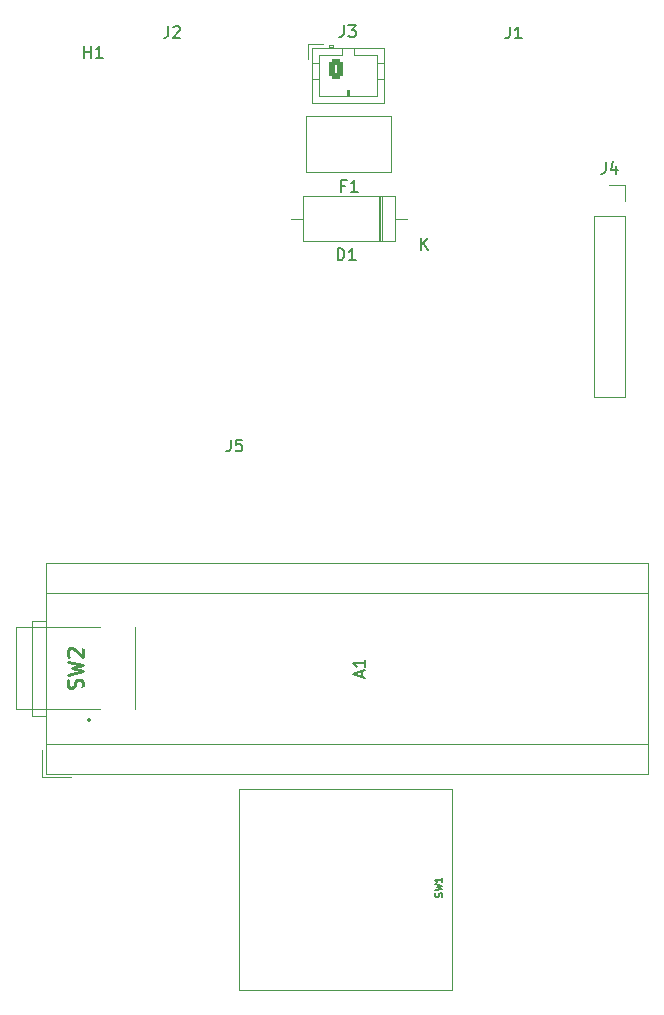
<source format=gto>
G04 #@! TF.GenerationSoftware,KiCad,Pcbnew,(6.0.11)*
G04 #@! TF.CreationDate,2023-07-06T13:43:45+02:00*
G04 #@! TF.ProjectId,Dohle TankVerb,446f686c-6520-4546-916e-6b566572622e,rev?*
G04 #@! TF.SameCoordinates,Original*
G04 #@! TF.FileFunction,Legend,Top*
G04 #@! TF.FilePolarity,Positive*
%FSLAX46Y46*%
G04 Gerber Fmt 4.6, Leading zero omitted, Abs format (unit mm)*
G04 Created by KiCad (PCBNEW (6.0.11)) date 2023-07-06 13:43:45*
%MOMM*%
%LPD*%
G01*
G04 APERTURE LIST*
G04 Aperture macros list*
%AMRoundRect*
0 Rectangle with rounded corners*
0 $1 Rounding radius*
0 $2 $3 $4 $5 $6 $7 $8 $9 X,Y pos of 4 corners*
0 Add a 4 corners polygon primitive as box body*
4,1,4,$2,$3,$4,$5,$6,$7,$8,$9,$2,$3,0*
0 Add four circle primitives for the rounded corners*
1,1,$1+$1,$2,$3*
1,1,$1+$1,$4,$5*
1,1,$1+$1,$6,$7*
1,1,$1+$1,$8,$9*
0 Add four rect primitives between the rounded corners*
20,1,$1+$1,$2,$3,$4,$5,0*
20,1,$1+$1,$4,$5,$6,$7,0*
20,1,$1+$1,$6,$7,$8,$9,0*
20,1,$1+$1,$8,$9,$2,$3,0*%
%AMHorizOval*
0 Thick line with rounded ends*
0 $1 width*
0 $2 $3 position (X,Y) of the first rounded end (center of the circle)*
0 $4 $5 position (X,Y) of the second rounded end (center of the circle)*
0 Add line between two ends*
20,1,$1,$2,$3,$4,$5,0*
0 Add two circle primitives to create the rounded ends*
1,1,$1,$2,$3*
1,1,$1,$4,$5*%
G04 Aperture macros list end*
%ADD10C,0.150000*%
%ADD11C,0.127000*%
%ADD12C,0.254000*%
%ADD13C,0.120000*%
%ADD14C,0.200000*%
%ADD15C,0.100000*%
%ADD16C,2.200000*%
%ADD17O,4.250000X1.600000*%
%ADD18R,1.700000X1.700000*%
%ADD19O,1.700000X1.700000*%
%ADD20RoundRect,0.250000X-0.350000X-0.625000X0.350000X-0.625000X0.350000X0.625000X-0.350000X0.625000X0*%
%ADD21O,1.200000X1.750000*%
%ADD22C,1.600000*%
%ADD23R,2.400000X2.400000*%
%ADD24O,2.400000X2.400000*%
%ADD25O,4.003200X2.743200*%
%ADD26O,8.203200X2.203200*%
%ADD27HorizOval,2.203200X-1.414214X1.414214X1.414214X-1.414214X0*%
%ADD28O,2.203200X8.203200*%
%ADD29HorizOval,2.203200X-1.414214X-1.414214X1.414214X1.414214X0*%
%ADD30C,1.700000*%
%ADD31C,1.575000*%
%ADD32C,1.950000*%
G04 APERTURE END LIST*
D10*
X135086095Y-73970091D02*
X135086095Y-72970091D01*
X135086095Y-73446282D02*
X135657523Y-73446282D01*
X135657523Y-73970091D02*
X135657523Y-72970091D01*
X136657523Y-73970091D02*
X136086095Y-73970091D01*
X136371809Y-73970091D02*
X136371809Y-72970091D01*
X136276571Y-73112949D01*
X136181333Y-73208187D01*
X136086095Y-73255806D01*
X147479382Y-106294794D02*
X147479382Y-107009080D01*
X147431763Y-107151937D01*
X147336525Y-107247175D01*
X147193668Y-107294794D01*
X147098430Y-107294794D01*
X148431763Y-106294794D02*
X147955573Y-106294794D01*
X147907954Y-106770985D01*
X147955573Y-106723366D01*
X148050811Y-106675747D01*
X148288906Y-106675747D01*
X148384144Y-106723366D01*
X148431763Y-106770985D01*
X148479382Y-106866223D01*
X148479382Y-107104318D01*
X148431763Y-107199556D01*
X148384144Y-107247175D01*
X148288906Y-107294794D01*
X148050811Y-107294794D01*
X147955573Y-107247175D01*
X147907954Y-107199556D01*
X179219266Y-82788380D02*
X179219266Y-83502666D01*
X179171647Y-83645523D01*
X179076409Y-83740761D01*
X178933552Y-83788380D01*
X178838314Y-83788380D01*
X180124028Y-83121714D02*
X180124028Y-83788380D01*
X179885933Y-82740761D02*
X179647838Y-83455047D01*
X180266885Y-83455047D01*
X157074585Y-71207380D02*
X157074585Y-71921666D01*
X157026966Y-72064523D01*
X156931728Y-72159761D01*
X156788871Y-72207380D01*
X156693633Y-72207380D01*
X157455538Y-71207380D02*
X158074585Y-71207380D01*
X157741252Y-71588333D01*
X157884109Y-71588333D01*
X157979347Y-71635952D01*
X158026966Y-71683571D01*
X158074585Y-71778809D01*
X158074585Y-72016904D01*
X158026966Y-72112142D01*
X157979347Y-72159761D01*
X157884109Y-72207380D01*
X157598395Y-72207380D01*
X157503157Y-72159761D01*
X157455538Y-72112142D01*
X157178666Y-84790571D02*
X156845333Y-84790571D01*
X156845333Y-85314380D02*
X156845333Y-84314380D01*
X157321523Y-84314380D01*
X158226285Y-85314380D02*
X157654857Y-85314380D01*
X157940571Y-85314380D02*
X157940571Y-84314380D01*
X157845333Y-84457238D01*
X157750095Y-84552476D01*
X157654857Y-84600095D01*
X156539304Y-91104980D02*
X156539304Y-90104980D01*
X156777400Y-90104980D01*
X156920257Y-90152600D01*
X157015495Y-90247838D01*
X157063114Y-90343076D01*
X157110733Y-90533552D01*
X157110733Y-90676409D01*
X157063114Y-90866885D01*
X157015495Y-90962123D01*
X156920257Y-91057361D01*
X156777400Y-91104980D01*
X156539304Y-91104980D01*
X158063114Y-91104980D02*
X157491685Y-91104980D01*
X157777400Y-91104980D02*
X157777400Y-90104980D01*
X157682161Y-90247838D01*
X157586923Y-90343076D01*
X157491685Y-90390695D01*
X163593495Y-90256980D02*
X163593495Y-89256980D01*
X164164923Y-90256980D02*
X163736352Y-89685552D01*
X164164923Y-89256980D02*
X163593495Y-89828409D01*
D11*
X165372704Y-145022519D02*
X165401733Y-144935433D01*
X165401733Y-144790290D01*
X165372704Y-144732233D01*
X165343676Y-144703204D01*
X165285619Y-144674176D01*
X165227562Y-144674176D01*
X165169504Y-144703204D01*
X165140476Y-144732233D01*
X165111447Y-144790290D01*
X165082419Y-144906404D01*
X165053390Y-144964461D01*
X165024362Y-144993490D01*
X164966304Y-145022519D01*
X164908247Y-145022519D01*
X164850190Y-144993490D01*
X164821162Y-144964461D01*
X164792133Y-144906404D01*
X164792133Y-144761261D01*
X164821162Y-144674176D01*
X164792133Y-144470976D02*
X165401733Y-144325833D01*
X164966304Y-144209719D01*
X165401733Y-144093604D01*
X164792133Y-143948461D01*
X165401733Y-143396919D02*
X165401733Y-143745261D01*
X165401733Y-143571090D02*
X164792133Y-143571090D01*
X164879219Y-143629147D01*
X164937276Y-143687204D01*
X164966304Y-143745261D01*
D10*
X171116666Y-71334380D02*
X171116666Y-72048666D01*
X171069047Y-72191523D01*
X170973809Y-72286761D01*
X170830952Y-72334380D01*
X170735714Y-72334380D01*
X172116666Y-72334380D02*
X171545238Y-72334380D01*
X171830952Y-72334380D02*
X171830952Y-71334380D01*
X171735714Y-71477238D01*
X171640476Y-71572476D01*
X171545238Y-71620095D01*
X142186066Y-71293180D02*
X142186066Y-72007466D01*
X142138447Y-72150323D01*
X142043209Y-72245561D01*
X141900352Y-72293180D01*
X141805114Y-72293180D01*
X142614638Y-71388419D02*
X142662257Y-71340800D01*
X142757495Y-71293180D01*
X142995590Y-71293180D01*
X143090828Y-71340800D01*
X143138447Y-71388419D01*
X143186066Y-71483657D01*
X143186066Y-71578895D01*
X143138447Y-71721752D01*
X142567019Y-72293180D01*
X143186066Y-72293180D01*
X158586466Y-126393485D02*
X158586466Y-125917295D01*
X158872180Y-126488723D02*
X157872180Y-126155390D01*
X158872180Y-125822057D01*
X158872180Y-124964914D02*
X158872180Y-125536342D01*
X158872180Y-125250628D02*
X157872180Y-125250628D01*
X158015038Y-125345866D01*
X158110276Y-125441104D01*
X158157895Y-125536342D01*
D12*
X134880047Y-127341733D02*
X134940523Y-127160304D01*
X134940523Y-126857923D01*
X134880047Y-126736971D01*
X134819571Y-126676495D01*
X134698619Y-126616019D01*
X134577666Y-126616019D01*
X134456714Y-126676495D01*
X134396238Y-126736971D01*
X134335761Y-126857923D01*
X134275285Y-127099828D01*
X134214809Y-127220780D01*
X134154333Y-127281257D01*
X134033380Y-127341733D01*
X133912428Y-127341733D01*
X133791476Y-127281257D01*
X133731000Y-127220780D01*
X133670523Y-127099828D01*
X133670523Y-126797447D01*
X133731000Y-126616019D01*
X133670523Y-126192685D02*
X134940523Y-125890304D01*
X134033380Y-125648400D01*
X134940523Y-125406495D01*
X133670523Y-125104114D01*
X133791476Y-124680780D02*
X133731000Y-124620304D01*
X133670523Y-124499352D01*
X133670523Y-124196971D01*
X133731000Y-124076019D01*
X133791476Y-124015542D01*
X133912428Y-123955066D01*
X134033380Y-123955066D01*
X134214809Y-124015542D01*
X134940523Y-124741257D01*
X134940523Y-123955066D01*
D13*
X179552600Y-84776000D02*
X180882600Y-84776000D01*
X178222600Y-102676000D02*
X180882600Y-102676000D01*
X178222600Y-87376000D02*
X180882600Y-87376000D01*
X180882600Y-87376000D02*
X180882600Y-102676000D01*
X178222600Y-87376000D02*
X178222600Y-102676000D01*
X180882600Y-84776000D02*
X180882600Y-86106000D01*
X154347919Y-73120000D02*
X154347919Y-77840000D01*
X154347919Y-77840000D02*
X160467919Y-77840000D01*
X156107919Y-72920000D02*
X155807919Y-72920000D01*
X154347919Y-74430000D02*
X154957919Y-74430000D01*
X159857919Y-77230000D02*
X159857919Y-73730000D01*
X155807919Y-72920000D02*
X155807919Y-73120000D01*
X154957919Y-77230000D02*
X159857919Y-77230000D01*
X157307919Y-76730000D02*
X157507919Y-76730000D01*
X156907919Y-73120000D02*
X156907919Y-73730000D01*
X156107919Y-73020000D02*
X155807919Y-73020000D01*
X157407919Y-77230000D02*
X157407919Y-76730000D01*
X154347919Y-75730000D02*
X154957919Y-75730000D01*
X160467919Y-75730000D02*
X159857919Y-75730000D01*
X156107919Y-73120000D02*
X156107919Y-72920000D01*
X159857919Y-73730000D02*
X157907919Y-73730000D01*
X156907919Y-73730000D02*
X154957919Y-73730000D01*
X160467919Y-74430000D02*
X159857919Y-74430000D01*
X154047919Y-72820000D02*
X154047919Y-74070000D01*
X157307919Y-77230000D02*
X157307919Y-76730000D01*
X160467919Y-77840000D02*
X160467919Y-73120000D01*
X154957919Y-73730000D02*
X154957919Y-77230000D01*
X157507919Y-76730000D02*
X157507919Y-77230000D01*
X157907919Y-73730000D02*
X157907919Y-73120000D01*
X160467919Y-73120000D02*
X154347919Y-73120000D01*
X155297919Y-72820000D02*
X154047919Y-72820000D01*
X161060000Y-78910000D02*
X161060000Y-83650000D01*
X153820000Y-78910000D02*
X161060000Y-78910000D01*
X153820000Y-78910000D02*
X153820000Y-83650000D01*
X153820000Y-83650000D02*
X161060000Y-83650000D01*
X161425400Y-89524600D02*
X161425400Y-85684600D01*
X153585400Y-85684600D02*
X153585400Y-89524600D01*
X160045400Y-89524600D02*
X160045400Y-85684600D01*
X160285400Y-89524600D02*
X160285400Y-85684600D01*
X153585400Y-89524600D02*
X161425400Y-89524600D01*
X160165400Y-89524600D02*
X160165400Y-85684600D01*
X152595400Y-87604600D02*
X153585400Y-87604600D01*
X162415400Y-87604600D02*
X161425400Y-87604600D01*
X161425400Y-85684600D02*
X153585400Y-85684600D01*
X166225962Y-135909719D02*
X148225962Y-135909719D01*
X148225962Y-135909719D02*
X148225962Y-152909719D01*
X148225962Y-152909719D02*
X166225962Y-152909719D01*
X166225962Y-152909719D02*
X166225962Y-135909719D01*
X131523000Y-134879200D02*
X133923000Y-134879200D01*
X130623000Y-121679200D02*
X131823000Y-121679200D01*
X131823000Y-119299200D02*
X182823000Y-119299200D01*
X182823000Y-116779200D02*
X182823000Y-134579200D01*
X131823000Y-129679200D02*
X130623000Y-129679200D01*
X131823000Y-116779200D02*
X182823000Y-116779200D01*
X131823000Y-132099200D02*
X182823000Y-132099200D01*
X131523000Y-132579200D02*
X131523000Y-134879200D01*
X130623000Y-129679200D02*
X130623000Y-121679200D01*
X131823000Y-134579200D02*
X131823000Y-116779200D01*
X182823000Y-134579200D02*
X131823000Y-134579200D01*
D14*
X135591000Y-130036400D02*
X135591000Y-130036400D01*
D15*
X129341000Y-129136400D02*
X129341000Y-122136400D01*
X136391000Y-129136400D02*
X129391000Y-129136400D01*
X139391000Y-129136400D02*
X139391000Y-122136400D01*
X129341000Y-122136400D02*
X136391000Y-122136400D01*
X129391000Y-129136400D02*
X129341000Y-129136400D01*
D14*
X135391000Y-130036400D02*
X135391000Y-130036400D01*
X135591000Y-130036400D02*
G75*
G03*
X135391000Y-130036400I-100000J0D01*
G01*
X135391000Y-130036400D02*
G75*
G03*
X135591000Y-130036400I100000J0D01*
G01*
%LPC*%
D16*
X135848000Y-76717711D03*
D17*
X156434422Y-100558217D03*
X141423108Y-98079634D03*
X156396290Y-95588340D03*
D18*
X179552600Y-86106000D03*
D19*
X179552600Y-88646000D03*
X179552600Y-91186000D03*
X179552600Y-93726000D03*
X179552600Y-96266000D03*
X179552600Y-98806000D03*
X179552600Y-101346000D03*
D20*
X156407919Y-74930000D03*
D21*
X158407919Y-74930000D03*
D22*
X154940000Y-81280000D03*
X159940000Y-81280000D03*
D23*
X163855400Y-87604600D03*
D24*
X151155400Y-87604600D03*
D25*
X162225962Y-139708959D03*
X162225962Y-144410519D03*
X162225962Y-149108959D03*
X157226482Y-139708959D03*
X157226482Y-144410519D03*
X157226482Y-149108959D03*
X152125962Y-139709719D03*
X152125962Y-144411279D03*
X152125962Y-149109719D03*
D26*
X171437559Y-69113936D03*
D27*
X175945800Y-58166000D03*
D28*
X164915057Y-62119877D03*
X149534000Y-62595200D03*
D29*
X138586064Y-58086959D03*
D26*
X142539941Y-69117702D03*
D18*
X133223000Y-133299200D03*
D30*
X135763000Y-133299200D03*
X138303000Y-133299200D03*
X140843000Y-133299200D03*
X143383000Y-133299200D03*
X145923000Y-133299200D03*
X148463000Y-133299200D03*
X151003000Y-133299200D03*
X153543000Y-133299200D03*
X156083000Y-133299200D03*
X158623000Y-133299200D03*
X161163000Y-133299200D03*
X163703000Y-133299200D03*
X166243000Y-133299200D03*
X168783000Y-133299200D03*
X171323000Y-133299200D03*
X173863000Y-133299200D03*
X176403000Y-133299200D03*
X178943000Y-133299200D03*
X181483000Y-133299200D03*
X181483000Y-118059200D03*
X178943000Y-118059200D03*
X176403000Y-118059200D03*
X173863000Y-118059200D03*
X171323000Y-118059200D03*
X168783000Y-118059200D03*
X166243000Y-118059200D03*
X163703000Y-118059200D03*
X161163000Y-118059200D03*
X158623000Y-118059200D03*
X156083000Y-118059200D03*
X153543000Y-118059200D03*
X151003000Y-118059200D03*
X148463000Y-118059200D03*
X145923000Y-118059200D03*
X143383000Y-118059200D03*
X140843000Y-118059200D03*
X138303000Y-118059200D03*
X135763000Y-118059200D03*
X133223000Y-118059200D03*
D31*
X135441000Y-127886400D03*
X135441000Y-123386400D03*
D32*
X137941000Y-129136400D03*
X137941000Y-122136400D03*
M02*

</source>
